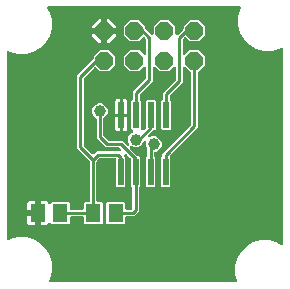
<source format=gbr>
G04 EAGLE Gerber X2 export*
%TF.Part,Single*%
%TF.FileFunction,Copper,L1,Top,Mixed*%
%TF.FilePolarity,Positive*%
%TF.GenerationSoftware,Autodesk,EAGLE,9.1.2*%
%TF.CreationDate,2020-01-29T09:53:54Z*%
G75*
%MOMM*%
%FSLAX34Y34*%
%LPD*%
%AMOC8*
5,1,8,0,0,1.08239X$1,22.5*%
G01*
%ADD10R,1.300000X1.500000*%
%ADD11P,1.649562X8X202.500000*%
%ADD12R,0.500000X2.250000*%
%ADD13C,0.254000*%
%ADD14C,1.006400*%

G36*
X203744Y10176D02*
X203744Y10176D01*
X203870Y10186D01*
X203902Y10196D01*
X203935Y10201D01*
X204052Y10247D01*
X204171Y10287D01*
X204200Y10305D01*
X204231Y10318D01*
X204333Y10392D01*
X204438Y10460D01*
X204461Y10485D01*
X204488Y10504D01*
X204569Y10601D01*
X204654Y10694D01*
X204670Y10723D01*
X204691Y10749D01*
X204745Y10863D01*
X204804Y10974D01*
X204812Y11007D01*
X204827Y11037D01*
X204850Y11161D01*
X204880Y11283D01*
X204880Y11316D01*
X204886Y11349D01*
X204879Y11475D01*
X204877Y11601D01*
X204868Y11649D01*
X204867Y11667D01*
X204860Y11687D01*
X204846Y11758D01*
X203439Y17008D01*
X203439Y23632D01*
X205154Y30032D01*
X208466Y35769D01*
X213151Y40454D01*
X218888Y43766D01*
X225288Y45481D01*
X231912Y45481D01*
X238312Y43766D01*
X242023Y41624D01*
X242145Y41572D01*
X242264Y41516D01*
X242291Y41511D01*
X242316Y41500D01*
X242447Y41481D01*
X242577Y41456D01*
X242604Y41458D01*
X242630Y41454D01*
X242762Y41468D01*
X242894Y41476D01*
X242920Y41484D01*
X242947Y41487D01*
X243071Y41533D01*
X243197Y41574D01*
X243219Y41588D01*
X243245Y41598D01*
X243353Y41673D01*
X243465Y41744D01*
X243484Y41764D01*
X243506Y41779D01*
X243592Y41879D01*
X243683Y41976D01*
X243696Y41999D01*
X243714Y42020D01*
X243773Y42138D01*
X243837Y42254D01*
X243843Y42280D01*
X243856Y42304D01*
X243883Y42434D01*
X243916Y42562D01*
X243919Y42600D01*
X243922Y42615D01*
X243921Y42637D01*
X243926Y42723D01*
X243926Y207271D01*
X243910Y207402D01*
X243899Y207534D01*
X243890Y207560D01*
X243887Y207586D01*
X243838Y207709D01*
X243794Y207834D01*
X243780Y207857D01*
X243770Y207882D01*
X243692Y207989D01*
X243619Y208099D01*
X243599Y208117D01*
X243583Y208139D01*
X243481Y208224D01*
X243382Y208312D01*
X243359Y208325D01*
X243338Y208342D01*
X243218Y208399D01*
X243101Y208460D01*
X243074Y208466D01*
X243050Y208478D01*
X242920Y208503D01*
X242791Y208533D01*
X242764Y208532D01*
X242738Y208537D01*
X242606Y208529D01*
X242473Y208527D01*
X242447Y208519D01*
X242420Y208518D01*
X242295Y208477D01*
X242167Y208441D01*
X242132Y208424D01*
X242118Y208420D01*
X242099Y208408D01*
X242023Y208370D01*
X240852Y207694D01*
X234452Y205979D01*
X227828Y205979D01*
X221428Y207694D01*
X215691Y211006D01*
X211006Y215691D01*
X207694Y221428D01*
X205979Y227828D01*
X205979Y234452D01*
X207694Y240852D01*
X208262Y241835D01*
X208313Y241958D01*
X208370Y242077D01*
X208375Y242104D01*
X208385Y242129D01*
X208405Y242260D01*
X208429Y242390D01*
X208428Y242416D01*
X208432Y242443D01*
X208418Y242575D01*
X208410Y242707D01*
X208401Y242733D01*
X208399Y242759D01*
X208352Y242884D01*
X208312Y243009D01*
X208297Y243032D01*
X208288Y243058D01*
X208212Y243167D01*
X208141Y243278D01*
X208122Y243297D01*
X208106Y243319D01*
X208006Y243405D01*
X207910Y243496D01*
X207886Y243509D01*
X207866Y243527D01*
X207747Y243586D01*
X207631Y243650D01*
X207605Y243656D01*
X207581Y243668D01*
X207451Y243696D01*
X207323Y243729D01*
X207285Y243731D01*
X207270Y243735D01*
X207248Y243734D01*
X207163Y243739D01*
X45371Y243739D01*
X45240Y243723D01*
X45108Y243712D01*
X45082Y243703D01*
X45055Y243699D01*
X44933Y243651D01*
X44807Y243607D01*
X44785Y243592D01*
X44760Y243582D01*
X44653Y243505D01*
X44542Y243431D01*
X44524Y243411D01*
X44502Y243396D01*
X44418Y243293D01*
X44329Y243195D01*
X44317Y243171D01*
X44299Y243151D01*
X44243Y243031D01*
X44182Y242914D01*
X44175Y242887D01*
X44164Y242863D01*
X44139Y242733D01*
X44109Y242604D01*
X44109Y242577D01*
X44104Y242551D01*
X44112Y242419D01*
X44115Y242286D01*
X44122Y242260D01*
X44124Y242233D01*
X44165Y242107D01*
X44200Y241980D01*
X44217Y241945D01*
X44222Y241931D01*
X44234Y241912D01*
X44272Y241835D01*
X46306Y238312D01*
X48021Y231912D01*
X48021Y225288D01*
X46306Y218888D01*
X42994Y213151D01*
X38309Y208466D01*
X32572Y205154D01*
X26172Y203439D01*
X19548Y203439D01*
X13148Y205154D01*
X12065Y205780D01*
X11943Y205831D01*
X11823Y205887D01*
X11796Y205892D01*
X11771Y205903D01*
X11640Y205922D01*
X11510Y205947D01*
X11484Y205945D01*
X11457Y205949D01*
X11325Y205936D01*
X11193Y205927D01*
X11167Y205919D01*
X11141Y205916D01*
X11017Y205870D01*
X10891Y205829D01*
X10868Y205815D01*
X10842Y205805D01*
X10734Y205730D01*
X10622Y205659D01*
X10603Y205639D01*
X10581Y205624D01*
X10495Y205524D01*
X10404Y205428D01*
X10391Y205404D01*
X10373Y205384D01*
X10314Y205265D01*
X10250Y205149D01*
X10244Y205123D01*
X10232Y205099D01*
X10204Y204969D01*
X10171Y204841D01*
X10169Y204803D01*
X10165Y204788D01*
X10166Y204766D01*
X10161Y204680D01*
X10161Y46780D01*
X10177Y46648D01*
X10188Y46516D01*
X10197Y46491D01*
X10201Y46464D01*
X10249Y46341D01*
X10293Y46216D01*
X10308Y46193D01*
X10318Y46168D01*
X10395Y46061D01*
X10469Y45951D01*
X10489Y45933D01*
X10504Y45911D01*
X10606Y45827D01*
X10705Y45738D01*
X10729Y45725D01*
X10749Y45708D01*
X10869Y45652D01*
X10986Y45590D01*
X11013Y45584D01*
X11037Y45573D01*
X11167Y45548D01*
X11296Y45517D01*
X11323Y45518D01*
X11349Y45513D01*
X11481Y45521D01*
X11614Y45524D01*
X11640Y45531D01*
X11667Y45533D01*
X11793Y45573D01*
X11920Y45609D01*
X11955Y45626D01*
X11969Y45631D01*
X11988Y45642D01*
X12065Y45680D01*
X13148Y46306D01*
X19548Y48021D01*
X26172Y48021D01*
X32572Y46306D01*
X38309Y42994D01*
X42994Y38309D01*
X46306Y32572D01*
X48021Y26172D01*
X48021Y19548D01*
X46306Y13148D01*
X45680Y12065D01*
X45629Y11943D01*
X45573Y11823D01*
X45568Y11796D01*
X45557Y11771D01*
X45538Y11640D01*
X45513Y11510D01*
X45515Y11484D01*
X45511Y11457D01*
X45524Y11325D01*
X45533Y11193D01*
X45541Y11167D01*
X45544Y11141D01*
X45590Y11017D01*
X45631Y10891D01*
X45645Y10868D01*
X45655Y10842D01*
X45730Y10734D01*
X45801Y10622D01*
X45821Y10603D01*
X45836Y10581D01*
X45936Y10495D01*
X46032Y10404D01*
X46056Y10391D01*
X46076Y10373D01*
X46195Y10314D01*
X46311Y10250D01*
X46337Y10244D01*
X46361Y10232D01*
X46491Y10204D01*
X46619Y10171D01*
X46657Y10169D01*
X46672Y10165D01*
X46694Y10166D01*
X46780Y10161D01*
X203620Y10161D01*
X203744Y10176D01*
G37*
%LPC*%
G36*
X38759Y58539D02*
X38759Y58539D01*
X38759Y67310D01*
X38744Y67428D01*
X38737Y67547D01*
X38724Y67585D01*
X38719Y67625D01*
X38675Y67736D01*
X38639Y67849D01*
X38617Y67884D01*
X38602Y67921D01*
X38532Y68017D01*
X38469Y68118D01*
X38439Y68146D01*
X38415Y68178D01*
X38324Y68254D01*
X38237Y68336D01*
X38202Y68355D01*
X38170Y68381D01*
X38063Y68432D01*
X37959Y68489D01*
X37919Y68500D01*
X37883Y68517D01*
X37766Y68539D01*
X37651Y68569D01*
X37590Y68573D01*
X37570Y68577D01*
X37550Y68575D01*
X37490Y68579D01*
X36219Y68579D01*
X36219Y68581D01*
X37490Y68581D01*
X37608Y68596D01*
X37727Y68603D01*
X37765Y68616D01*
X37805Y68621D01*
X37916Y68665D01*
X38029Y68701D01*
X38064Y68723D01*
X38101Y68738D01*
X38197Y68808D01*
X38298Y68871D01*
X38326Y68901D01*
X38358Y68925D01*
X38434Y69016D01*
X38516Y69103D01*
X38535Y69138D01*
X38561Y69170D01*
X38612Y69277D01*
X38669Y69381D01*
X38680Y69421D01*
X38697Y69457D01*
X38719Y69574D01*
X38749Y69689D01*
X38753Y69750D01*
X38757Y69770D01*
X38755Y69790D01*
X38759Y69850D01*
X38759Y78621D01*
X43054Y78621D01*
X43701Y78448D01*
X44280Y78113D01*
X44753Y77640D01*
X45160Y76936D01*
X45236Y76836D01*
X45306Y76732D01*
X45332Y76709D01*
X45352Y76682D01*
X45451Y76604D01*
X45545Y76521D01*
X45575Y76506D01*
X45601Y76485D01*
X45716Y76434D01*
X45828Y76376D01*
X45861Y76369D01*
X45892Y76355D01*
X46016Y76334D01*
X46138Y76307D01*
X46172Y76308D01*
X46205Y76302D01*
X46331Y76313D01*
X46456Y76316D01*
X46489Y76326D01*
X46522Y76329D01*
X46641Y76370D01*
X46762Y76405D01*
X46791Y76422D01*
X46823Y76433D01*
X46927Y76502D01*
X47036Y76566D01*
X47072Y76599D01*
X47088Y76609D01*
X47102Y76625D01*
X47156Y76673D01*
X48088Y77605D01*
X62352Y77605D01*
X63245Y76712D01*
X63245Y72644D01*
X63260Y72526D01*
X63267Y72407D01*
X63280Y72369D01*
X63285Y72328D01*
X63328Y72218D01*
X63365Y72105D01*
X63387Y72070D01*
X63402Y72033D01*
X63471Y71937D01*
X63535Y71836D01*
X63565Y71808D01*
X63588Y71775D01*
X63680Y71699D01*
X63767Y71618D01*
X63802Y71598D01*
X63833Y71573D01*
X63941Y71522D01*
X64045Y71464D01*
X64085Y71454D01*
X64121Y71437D01*
X64238Y71415D01*
X64353Y71385D01*
X64413Y71381D01*
X64433Y71377D01*
X64454Y71379D01*
X64514Y71375D01*
X73916Y71375D01*
X74034Y71390D01*
X74153Y71397D01*
X74191Y71410D01*
X74232Y71415D01*
X74342Y71458D01*
X74455Y71495D01*
X74490Y71517D01*
X74527Y71532D01*
X74623Y71601D01*
X74724Y71665D01*
X74752Y71695D01*
X74785Y71718D01*
X74861Y71810D01*
X74942Y71897D01*
X74962Y71932D01*
X74987Y71963D01*
X75038Y72071D01*
X75096Y72175D01*
X75106Y72215D01*
X75123Y72251D01*
X75145Y72368D01*
X75175Y72483D01*
X75179Y72543D01*
X75183Y72563D01*
X75181Y72584D01*
X75185Y72644D01*
X75185Y76712D01*
X76078Y77605D01*
X79146Y77605D01*
X79264Y77620D01*
X79383Y77627D01*
X79421Y77640D01*
X79462Y77645D01*
X79572Y77688D01*
X79685Y77725D01*
X79720Y77747D01*
X79757Y77762D01*
X79853Y77831D01*
X79954Y77895D01*
X79982Y77925D01*
X80015Y77948D01*
X80091Y78040D01*
X80172Y78127D01*
X80192Y78162D01*
X80217Y78193D01*
X80268Y78301D01*
X80326Y78405D01*
X80336Y78445D01*
X80353Y78481D01*
X80375Y78598D01*
X80405Y78713D01*
X80409Y78773D01*
X80413Y78793D01*
X80411Y78814D01*
X80415Y78874D01*
X80415Y112007D01*
X80403Y112105D01*
X80400Y112204D01*
X80383Y112262D01*
X80375Y112322D01*
X80339Y112414D01*
X80311Y112509D01*
X80281Y112562D01*
X80258Y112618D01*
X80200Y112698D01*
X80150Y112783D01*
X80084Y112859D01*
X80072Y112875D01*
X80062Y112883D01*
X80044Y112904D01*
X69595Y123352D01*
X69595Y185308D01*
X83194Y198906D01*
X83254Y198984D01*
X83322Y199056D01*
X83351Y199109D01*
X83389Y199157D01*
X83428Y199248D01*
X83476Y199335D01*
X83491Y199393D01*
X83515Y199449D01*
X83530Y199547D01*
X83555Y199643D01*
X83562Y199743D01*
X83565Y199763D01*
X83564Y199775D01*
X83565Y199803D01*
X83565Y201485D01*
X88922Y206842D01*
X96498Y206842D01*
X101855Y201485D01*
X101855Y193909D01*
X96498Y188552D01*
X88922Y188552D01*
X85731Y191744D01*
X85637Y191817D01*
X85548Y191895D01*
X85512Y191914D01*
X85480Y191938D01*
X85370Y191986D01*
X85264Y192040D01*
X85225Y192049D01*
X85188Y192065D01*
X85070Y192083D01*
X84954Y192110D01*
X84914Y192108D01*
X84874Y192115D01*
X84755Y192103D01*
X84636Y192100D01*
X84597Y192089D01*
X84557Y192085D01*
X84445Y192045D01*
X84331Y192011D01*
X84296Y191991D01*
X84258Y191977D01*
X84159Y191910D01*
X84057Y191850D01*
X84011Y191810D01*
X83995Y191799D01*
X83981Y191783D01*
X83936Y191744D01*
X75556Y183364D01*
X75496Y183286D01*
X75428Y183214D01*
X75399Y183161D01*
X75362Y183113D01*
X75322Y183022D01*
X75274Y182935D01*
X75259Y182877D01*
X75235Y182821D01*
X75220Y182723D01*
X75195Y182627D01*
X75189Y182527D01*
X75185Y182507D01*
X75187Y182495D01*
X75185Y182467D01*
X75185Y126193D01*
X75197Y126095D01*
X75200Y125996D01*
X75217Y125938D01*
X75225Y125878D01*
X75261Y125786D01*
X75289Y125691D01*
X75319Y125638D01*
X75342Y125582D01*
X75400Y125502D01*
X75450Y125417D01*
X75516Y125341D01*
X75528Y125325D01*
X75538Y125317D01*
X75556Y125296D01*
X82313Y118540D01*
X82407Y118467D01*
X82496Y118388D01*
X82532Y118370D01*
X82564Y118345D01*
X82673Y118298D01*
X82779Y118243D01*
X82818Y118235D01*
X82856Y118219D01*
X82973Y118200D01*
X83089Y118174D01*
X83130Y118175D01*
X83170Y118169D01*
X83288Y118180D01*
X83407Y118183D01*
X83446Y118195D01*
X83486Y118199D01*
X83599Y118239D01*
X83713Y118272D01*
X83748Y118292D01*
X83786Y118306D01*
X83884Y118373D01*
X83987Y118433D01*
X84032Y118473D01*
X84049Y118485D01*
X84062Y118500D01*
X84108Y118540D01*
X84464Y118896D01*
X86472Y120905D01*
X105759Y120905D01*
X105897Y120922D01*
X106035Y120935D01*
X106054Y120942D01*
X106074Y120945D01*
X106204Y120996D01*
X106334Y121043D01*
X106351Y121054D01*
X106370Y121062D01*
X106482Y121143D01*
X106597Y121221D01*
X106611Y121237D01*
X106627Y121248D01*
X106716Y121356D01*
X106808Y121460D01*
X106817Y121478D01*
X106830Y121493D01*
X106889Y121619D01*
X106953Y121743D01*
X106957Y121763D01*
X106966Y121781D01*
X106992Y121918D01*
X107022Y122053D01*
X107022Y122074D01*
X107025Y122093D01*
X107017Y122232D01*
X107013Y122371D01*
X107007Y122391D01*
X107006Y122411D01*
X106963Y122543D01*
X106924Y122677D01*
X106914Y122694D01*
X106908Y122713D01*
X106833Y122831D01*
X106763Y122951D01*
X106744Y122972D01*
X106737Y122982D01*
X106722Y122996D01*
X106656Y123071D01*
X105894Y123834D01*
X105816Y123894D01*
X105744Y123962D01*
X105691Y123991D01*
X105643Y124028D01*
X105552Y124068D01*
X105465Y124116D01*
X105407Y124131D01*
X105351Y124155D01*
X105253Y124170D01*
X105157Y124195D01*
X105057Y124201D01*
X105037Y124205D01*
X105025Y124203D01*
X104997Y124205D01*
X94092Y124205D01*
X86105Y132192D01*
X86105Y148153D01*
X86102Y148182D01*
X86104Y148211D01*
X86082Y148339D01*
X86065Y148468D01*
X86055Y148496D01*
X86050Y148525D01*
X85996Y148643D01*
X85948Y148764D01*
X85931Y148788D01*
X85919Y148815D01*
X85838Y148916D01*
X85762Y149021D01*
X85739Y149040D01*
X85720Y149063D01*
X85617Y149141D01*
X85517Y149224D01*
X85490Y149237D01*
X85466Y149254D01*
X85322Y149325D01*
X85186Y149381D01*
X83341Y151226D01*
X82343Y153636D01*
X82343Y156244D01*
X83341Y158654D01*
X85186Y160499D01*
X87596Y161497D01*
X90204Y161497D01*
X92614Y160499D01*
X94459Y158654D01*
X95457Y156244D01*
X95457Y153636D01*
X94459Y151226D01*
X92614Y149381D01*
X92478Y149325D01*
X92453Y149311D01*
X92425Y149301D01*
X92315Y149232D01*
X92202Y149168D01*
X92181Y149147D01*
X92156Y149131D01*
X92067Y149037D01*
X91974Y148946D01*
X91958Y148921D01*
X91938Y148900D01*
X91875Y148786D01*
X91807Y148675D01*
X91799Y148647D01*
X91784Y148621D01*
X91752Y148496D01*
X91714Y148371D01*
X91712Y148342D01*
X91705Y148313D01*
X91695Y148153D01*
X91695Y135033D01*
X91707Y134935D01*
X91710Y134836D01*
X91727Y134778D01*
X91735Y134718D01*
X91771Y134626D01*
X91799Y134531D01*
X91829Y134478D01*
X91852Y134422D01*
X91910Y134342D01*
X91960Y134257D01*
X92026Y134181D01*
X92038Y134165D01*
X92048Y134157D01*
X92066Y134136D01*
X96036Y130166D01*
X96114Y130106D01*
X96186Y130038D01*
X96239Y130009D01*
X96287Y129972D01*
X96378Y129932D01*
X96465Y129884D01*
X96523Y129869D01*
X96579Y129845D01*
X96677Y129830D01*
X96773Y129805D01*
X96873Y129799D01*
X96893Y129795D01*
X96905Y129797D01*
X96933Y129795D01*
X107838Y129795D01*
X111632Y126000D01*
X111688Y125957D01*
X111736Y125907D01*
X111813Y125860D01*
X111884Y125805D01*
X111948Y125777D01*
X112007Y125741D01*
X112093Y125714D01*
X112175Y125679D01*
X112245Y125668D01*
X112311Y125647D01*
X112401Y125643D01*
X112490Y125629D01*
X112559Y125635D01*
X112629Y125632D01*
X112717Y125650D01*
X112806Y125659D01*
X112872Y125682D01*
X112940Y125696D01*
X113021Y125736D01*
X113105Y125766D01*
X113163Y125806D01*
X113226Y125836D01*
X113294Y125894D01*
X113369Y125945D01*
X113415Y125997D01*
X113468Y126042D01*
X113520Y126116D01*
X113579Y126183D01*
X113611Y126245D01*
X113651Y126303D01*
X113683Y126386D01*
X113724Y126467D01*
X113739Y126535D01*
X113764Y126600D01*
X113774Y126689D01*
X113793Y126777D01*
X113791Y126847D01*
X113799Y126916D01*
X113786Y127005D01*
X113784Y127095D01*
X113764Y127162D01*
X113755Y127231D01*
X113702Y127383D01*
X112823Y129506D01*
X112823Y132114D01*
X113821Y134524D01*
X115666Y136369D01*
X116216Y136596D01*
X116259Y136621D01*
X116305Y136638D01*
X116396Y136699D01*
X116492Y136754D01*
X116527Y136788D01*
X116569Y136816D01*
X116641Y136899D01*
X116720Y136975D01*
X116746Y137017D01*
X116779Y137055D01*
X116829Y137152D01*
X116886Y137246D01*
X116901Y137294D01*
X116924Y137338D01*
X116948Y137445D01*
X116980Y137550D01*
X116982Y137600D01*
X116993Y137648D01*
X116990Y137758D01*
X116995Y137868D01*
X116985Y137916D01*
X116984Y137966D01*
X116953Y138072D01*
X116931Y138179D01*
X116909Y138224D01*
X116895Y138272D01*
X116839Y138366D01*
X116791Y138465D01*
X116759Y138503D01*
X116734Y138545D01*
X116627Y138666D01*
X115605Y139688D01*
X115605Y163452D01*
X116464Y164310D01*
X116524Y164388D01*
X116592Y164460D01*
X116621Y164513D01*
X116658Y164561D01*
X116698Y164652D01*
X116746Y164739D01*
X116761Y164797D01*
X116785Y164853D01*
X116800Y164951D01*
X116825Y165047D01*
X116831Y165147D01*
X116835Y165167D01*
X116833Y165179D01*
X116835Y165207D01*
X116835Y171588D01*
X127644Y182396D01*
X127704Y182474D01*
X127772Y182546D01*
X127801Y182599D01*
X127838Y182647D01*
X127878Y182738D01*
X127926Y182825D01*
X127941Y182883D01*
X127965Y182939D01*
X127980Y183037D01*
X128005Y183133D01*
X128011Y183233D01*
X128015Y183253D01*
X128013Y183265D01*
X128015Y183293D01*
X128015Y191605D01*
X127998Y191743D01*
X127985Y191881D01*
X127978Y191901D01*
X127975Y191921D01*
X127924Y192050D01*
X127877Y192181D01*
X127866Y192198D01*
X127858Y192216D01*
X127777Y192329D01*
X127699Y192444D01*
X127683Y192457D01*
X127672Y192474D01*
X127564Y192562D01*
X127460Y192654D01*
X127442Y192664D01*
X127427Y192676D01*
X127301Y192736D01*
X127177Y192799D01*
X127157Y192803D01*
X127139Y192812D01*
X127003Y192838D01*
X126867Y192869D01*
X126846Y192868D01*
X126827Y192872D01*
X126688Y192863D01*
X126549Y192859D01*
X126529Y192853D01*
X126509Y192852D01*
X126377Y192809D01*
X126243Y192771D01*
X126226Y192760D01*
X126207Y192754D01*
X126089Y192679D01*
X125969Y192609D01*
X125948Y192590D01*
X125938Y192584D01*
X125924Y192569D01*
X125849Y192503D01*
X121898Y188552D01*
X114322Y188552D01*
X108965Y193909D01*
X108965Y201485D01*
X114322Y206842D01*
X121898Y206842D01*
X125849Y202891D01*
X125958Y202806D01*
X126065Y202717D01*
X126084Y202708D01*
X126100Y202696D01*
X126228Y202641D01*
X126353Y202582D01*
X126373Y202578D01*
X126392Y202570D01*
X126530Y202548D01*
X126666Y202522D01*
X126686Y202523D01*
X126706Y202520D01*
X126845Y202533D01*
X126983Y202542D01*
X127002Y202548D01*
X127022Y202550D01*
X127154Y202597D01*
X127285Y202640D01*
X127303Y202650D01*
X127322Y202657D01*
X127437Y202735D01*
X127554Y202810D01*
X127568Y202825D01*
X127585Y202836D01*
X127677Y202940D01*
X127772Y203041D01*
X127782Y203059D01*
X127795Y203074D01*
X127859Y203198D01*
X127926Y203320D01*
X127931Y203339D01*
X127940Y203358D01*
X127970Y203493D01*
X128005Y203628D01*
X128007Y203656D01*
X128010Y203668D01*
X128009Y203688D01*
X128015Y203788D01*
X128015Y215487D01*
X128003Y215585D01*
X128000Y215684D01*
X127983Y215742D01*
X127975Y215802D01*
X127939Y215894D01*
X127911Y215989D01*
X127881Y216042D01*
X127858Y216098D01*
X127800Y216178D01*
X127750Y216263D01*
X127684Y216339D01*
X127672Y216355D01*
X127662Y216363D01*
X127644Y216384D01*
X126884Y217143D01*
X126790Y217216D01*
X126701Y217295D01*
X126665Y217313D01*
X126633Y217338D01*
X126524Y217386D01*
X126418Y217440D01*
X126378Y217449D01*
X126341Y217465D01*
X126223Y217483D01*
X126107Y217509D01*
X126067Y217508D01*
X126027Y217514D01*
X125909Y217503D01*
X125790Y217500D01*
X125751Y217488D01*
X125710Y217485D01*
X125598Y217444D01*
X125484Y217411D01*
X125449Y217391D01*
X125411Y217377D01*
X125313Y217310D01*
X125210Y217250D01*
X125165Y217210D01*
X125148Y217198D01*
X125135Y217183D01*
X125089Y217143D01*
X121898Y213952D01*
X114322Y213952D01*
X108965Y219309D01*
X108965Y226885D01*
X114322Y232242D01*
X121898Y232242D01*
X127255Y226885D01*
X127255Y225203D01*
X127267Y225105D01*
X127270Y225006D01*
X127287Y224948D01*
X127295Y224888D01*
X127331Y224796D01*
X127359Y224700D01*
X127389Y224648D01*
X127412Y224592D01*
X127470Y224512D01*
X127520Y224427D01*
X127587Y224351D01*
X127599Y224335D01*
X127608Y224327D01*
X127627Y224306D01*
X132199Y219734D01*
X132309Y219648D01*
X132416Y219560D01*
X132434Y219551D01*
X132450Y219539D01*
X132578Y219483D01*
X132703Y219424D01*
X132723Y219420D01*
X132742Y219412D01*
X132880Y219390D01*
X133016Y219364D01*
X133036Y219366D01*
X133056Y219363D01*
X133195Y219376D01*
X133333Y219384D01*
X133352Y219390D01*
X133373Y219392D01*
X133504Y219440D01*
X133636Y219482D01*
X133653Y219493D01*
X133672Y219500D01*
X133787Y219578D01*
X133904Y219652D01*
X133918Y219667D01*
X133935Y219679D01*
X134027Y219783D01*
X134122Y219884D01*
X134132Y219902D01*
X134145Y219917D01*
X134209Y220041D01*
X134276Y220163D01*
X134281Y220182D01*
X134290Y220200D01*
X134321Y220336D01*
X134355Y220470D01*
X134357Y220499D01*
X134360Y220510D01*
X134359Y220531D01*
X134365Y220631D01*
X134365Y226885D01*
X139722Y232242D01*
X147298Y232242D01*
X152655Y226885D01*
X152655Y220631D01*
X152672Y220494D01*
X152685Y220355D01*
X152692Y220336D01*
X152695Y220316D01*
X152746Y220187D01*
X152793Y220056D01*
X152804Y220039D01*
X152812Y220020D01*
X152893Y219908D01*
X152972Y219793D01*
X152987Y219779D01*
X152999Y219763D01*
X153106Y219674D01*
X153210Y219582D01*
X153228Y219573D01*
X153244Y219560D01*
X153369Y219501D01*
X153493Y219438D01*
X153513Y219433D01*
X153531Y219425D01*
X153668Y219398D01*
X153803Y219368D01*
X153824Y219369D01*
X153844Y219365D01*
X153982Y219373D01*
X154121Y219378D01*
X154141Y219383D01*
X154161Y219385D01*
X154293Y219427D01*
X154427Y219466D01*
X154444Y219476D01*
X154464Y219483D01*
X154581Y219557D01*
X154701Y219628D01*
X154722Y219646D01*
X154732Y219653D01*
X154746Y219668D01*
X154822Y219734D01*
X158970Y223883D01*
X159394Y224306D01*
X159454Y224384D01*
X159522Y224456D01*
X159551Y224509D01*
X159589Y224557D01*
X159628Y224648D01*
X159676Y224735D01*
X159691Y224794D01*
X159715Y224849D01*
X159730Y224947D01*
X159755Y225043D01*
X159762Y225143D01*
X159765Y225163D01*
X159764Y225175D01*
X159765Y225203D01*
X159765Y226885D01*
X165122Y232242D01*
X172698Y232242D01*
X178055Y226885D01*
X178055Y219309D01*
X172698Y213952D01*
X165122Y213952D01*
X161931Y217144D01*
X161837Y217217D01*
X161748Y217295D01*
X161712Y217314D01*
X161680Y217338D01*
X161570Y217386D01*
X161464Y217440D01*
X161425Y217449D01*
X161388Y217465D01*
X161270Y217483D01*
X161154Y217510D01*
X161114Y217508D01*
X161074Y217515D01*
X160955Y217503D01*
X160836Y217500D01*
X160797Y217489D01*
X160757Y217485D01*
X160645Y217445D01*
X160531Y217411D01*
X160496Y217391D01*
X160458Y217377D01*
X160359Y217310D01*
X160257Y217250D01*
X160211Y217210D01*
X160195Y217199D01*
X160181Y217183D01*
X160136Y217143D01*
X159376Y216384D01*
X159316Y216306D01*
X159248Y216234D01*
X159219Y216181D01*
X159182Y216133D01*
X159142Y216042D01*
X159094Y215955D01*
X159079Y215897D01*
X159055Y215841D01*
X159040Y215743D01*
X159015Y215647D01*
X159009Y215547D01*
X159005Y215527D01*
X159007Y215515D01*
X159005Y215487D01*
X159005Y203788D01*
X159022Y203651D01*
X159035Y203512D01*
X159042Y203493D01*
X159045Y203473D01*
X159096Y203344D01*
X159143Y203213D01*
X159154Y203196D01*
X159162Y203177D01*
X159243Y203064D01*
X159321Y202949D01*
X159337Y202936D01*
X159348Y202920D01*
X159456Y202831D01*
X159560Y202739D01*
X159578Y202730D01*
X159593Y202717D01*
X159719Y202658D01*
X159843Y202594D01*
X159863Y202590D01*
X159881Y202581D01*
X160017Y202555D01*
X160153Y202525D01*
X160174Y202525D01*
X160193Y202521D01*
X160332Y202530D01*
X160471Y202534D01*
X160491Y202540D01*
X160511Y202541D01*
X160643Y202584D01*
X160777Y202623D01*
X160794Y202633D01*
X160813Y202639D01*
X160931Y202714D01*
X161051Y202784D01*
X161072Y202803D01*
X161082Y202809D01*
X161096Y202824D01*
X161171Y202891D01*
X165122Y206842D01*
X172698Y206842D01*
X178055Y201485D01*
X178055Y193909D01*
X172658Y188512D01*
X172548Y188468D01*
X172435Y188432D01*
X172401Y188410D01*
X172363Y188395D01*
X172267Y188325D01*
X172166Y188262D01*
X172138Y188232D01*
X172106Y188208D01*
X172030Y188117D01*
X171948Y188030D01*
X171929Y187995D01*
X171903Y187963D01*
X171852Y187856D01*
X171795Y187751D01*
X171784Y187712D01*
X171767Y187676D01*
X171745Y187559D01*
X171715Y187443D01*
X171711Y187383D01*
X171707Y187363D01*
X171709Y187343D01*
X171705Y187283D01*
X171705Y141083D01*
X148312Y117689D01*
X148239Y117595D01*
X148160Y117506D01*
X148142Y117470D01*
X148117Y117438D01*
X148070Y117329D01*
X148015Y117223D01*
X148007Y117183D01*
X147991Y117146D01*
X147972Y117029D01*
X147946Y116913D01*
X147947Y116872D01*
X147941Y116832D01*
X147952Y116713D01*
X147955Y116595D01*
X147967Y116556D01*
X147970Y116516D01*
X148011Y116403D01*
X148044Y116289D01*
X148064Y116254D01*
X148078Y116216D01*
X148145Y116118D01*
X148205Y116015D01*
X148243Y115973D01*
X148245Y115970D01*
X148247Y115968D01*
X148257Y115953D01*
X148272Y115940D01*
X148312Y115894D01*
X148555Y115652D01*
X148555Y91888D01*
X147662Y90995D01*
X141398Y90995D01*
X140505Y91888D01*
X140505Y115652D01*
X141364Y116510D01*
X141424Y116588D01*
X141492Y116660D01*
X141521Y116713D01*
X141558Y116761D01*
X141598Y116852D01*
X141646Y116939D01*
X141661Y116997D01*
X141685Y117053D01*
X141700Y117151D01*
X141725Y117247D01*
X141731Y117347D01*
X141735Y117367D01*
X141733Y117379D01*
X141735Y117407D01*
X141735Y119018D01*
X165744Y143026D01*
X165804Y143104D01*
X165872Y143176D01*
X165901Y143229D01*
X165939Y143277D01*
X165978Y143368D01*
X166026Y143455D01*
X166041Y143513D01*
X166065Y143569D01*
X166080Y143667D01*
X166105Y143763D01*
X166112Y143863D01*
X166115Y143883D01*
X166114Y143896D01*
X166115Y143924D01*
X166115Y187283D01*
X166100Y187401D01*
X166093Y187520D01*
X166081Y187558D01*
X166076Y187598D01*
X166032Y187709D01*
X165995Y187822D01*
X165973Y187856D01*
X165959Y187894D01*
X165889Y187990D01*
X165825Y188091D01*
X165795Y188119D01*
X165772Y188151D01*
X165680Y188227D01*
X165593Y188309D01*
X165558Y188328D01*
X165527Y188354D01*
X165419Y188405D01*
X165315Y188462D01*
X165276Y188472D01*
X165239Y188490D01*
X165172Y188503D01*
X161171Y192503D01*
X161062Y192588D01*
X160955Y192677D01*
X160936Y192685D01*
X160920Y192698D01*
X160792Y192753D01*
X160667Y192812D01*
X160647Y192816D01*
X160628Y192824D01*
X160490Y192846D01*
X160354Y192872D01*
X160334Y192871D01*
X160314Y192874D01*
X160175Y192861D01*
X160037Y192852D01*
X160018Y192846D01*
X159998Y192844D01*
X159866Y192797D01*
X159735Y192754D01*
X159717Y192743D01*
X159698Y192737D01*
X159583Y192659D01*
X159466Y192584D01*
X159452Y192569D01*
X159435Y192558D01*
X159343Y192454D01*
X159248Y192353D01*
X159238Y192335D01*
X159225Y192320D01*
X159161Y192195D01*
X159094Y192074D01*
X159089Y192054D01*
X159080Y192036D01*
X159050Y191900D01*
X159015Y191766D01*
X159013Y191738D01*
X159010Y191726D01*
X159011Y191706D01*
X159005Y191605D01*
X159005Y179182D01*
X148196Y168374D01*
X148136Y168296D01*
X148068Y168224D01*
X148039Y168171D01*
X148002Y168123D01*
X147962Y168032D01*
X147914Y167945D01*
X147899Y167887D01*
X147875Y167831D01*
X147860Y167733D01*
X147835Y167637D01*
X147829Y167537D01*
X147825Y167517D01*
X147827Y167505D01*
X147825Y167477D01*
X147825Y165207D01*
X147837Y165109D01*
X147840Y165010D01*
X147857Y164952D01*
X147865Y164892D01*
X147901Y164800D01*
X147929Y164705D01*
X147959Y164652D01*
X147982Y164596D01*
X148040Y164516D01*
X148090Y164431D01*
X148156Y164355D01*
X148168Y164339D01*
X148178Y164331D01*
X148196Y164310D01*
X149055Y163452D01*
X149055Y139688D01*
X148162Y138795D01*
X141898Y138795D01*
X141005Y139688D01*
X141005Y163452D01*
X141864Y164310D01*
X141924Y164388D01*
X141992Y164460D01*
X142021Y164513D01*
X142058Y164561D01*
X142098Y164652D01*
X142146Y164739D01*
X142161Y164797D01*
X142185Y164853D01*
X142200Y164951D01*
X142225Y165047D01*
X142231Y165147D01*
X142235Y165167D01*
X142233Y165179D01*
X142235Y165207D01*
X142235Y170318D01*
X153044Y181126D01*
X153104Y181204D01*
X153172Y181276D01*
X153201Y181329D01*
X153238Y181377D01*
X153278Y181468D01*
X153326Y181555D01*
X153341Y181613D01*
X153365Y181669D01*
X153380Y181767D01*
X153405Y181863D01*
X153411Y181963D01*
X153415Y181983D01*
X153413Y181995D01*
X153415Y182023D01*
X153415Y191605D01*
X153398Y191743D01*
X153385Y191881D01*
X153378Y191901D01*
X153375Y191921D01*
X153324Y192050D01*
X153277Y192181D01*
X153266Y192198D01*
X153258Y192216D01*
X153177Y192329D01*
X153099Y192444D01*
X153083Y192457D01*
X153072Y192474D01*
X152964Y192562D01*
X152860Y192654D01*
X152842Y192664D01*
X152827Y192676D01*
X152701Y192736D01*
X152577Y192799D01*
X152557Y192803D01*
X152539Y192812D01*
X152403Y192838D01*
X152267Y192869D01*
X152246Y192868D01*
X152227Y192872D01*
X152088Y192863D01*
X151949Y192859D01*
X151929Y192853D01*
X151909Y192852D01*
X151777Y192809D01*
X151643Y192771D01*
X151626Y192760D01*
X151607Y192754D01*
X151489Y192679D01*
X151369Y192609D01*
X151348Y192590D01*
X151338Y192584D01*
X151324Y192569D01*
X151249Y192503D01*
X147298Y188552D01*
X139722Y188552D01*
X135771Y192503D01*
X135662Y192588D01*
X135555Y192677D01*
X135536Y192685D01*
X135520Y192698D01*
X135392Y192753D01*
X135267Y192812D01*
X135247Y192816D01*
X135228Y192824D01*
X135090Y192846D01*
X134954Y192872D01*
X134934Y192871D01*
X134914Y192874D01*
X134775Y192861D01*
X134637Y192852D01*
X134618Y192846D01*
X134598Y192844D01*
X134466Y192797D01*
X134335Y192754D01*
X134317Y192743D01*
X134298Y192737D01*
X134183Y192659D01*
X134066Y192584D01*
X134052Y192569D01*
X134035Y192558D01*
X133943Y192454D01*
X133848Y192353D01*
X133838Y192335D01*
X133825Y192320D01*
X133761Y192195D01*
X133694Y192074D01*
X133689Y192054D01*
X133680Y192036D01*
X133650Y191900D01*
X133615Y191766D01*
X133613Y191738D01*
X133610Y191726D01*
X133611Y191706D01*
X133605Y191605D01*
X133605Y180452D01*
X122796Y169644D01*
X122736Y169566D01*
X122668Y169494D01*
X122639Y169441D01*
X122602Y169393D01*
X122562Y169302D01*
X122514Y169215D01*
X122499Y169157D01*
X122475Y169101D01*
X122460Y169003D01*
X122435Y168907D01*
X122429Y168807D01*
X122425Y168787D01*
X122427Y168775D01*
X122425Y168747D01*
X122425Y165207D01*
X122437Y165109D01*
X122440Y165010D01*
X122457Y164952D01*
X122465Y164892D01*
X122501Y164800D01*
X122529Y164705D01*
X122559Y164652D01*
X122582Y164596D01*
X122640Y164516D01*
X122690Y164431D01*
X122756Y164355D01*
X122768Y164339D01*
X122778Y164331D01*
X122796Y164310D01*
X123655Y163452D01*
X123655Y139561D01*
X123672Y139424D01*
X123685Y139285D01*
X123692Y139266D01*
X123695Y139246D01*
X123746Y139117D01*
X123793Y138986D01*
X123804Y138969D01*
X123812Y138950D01*
X123893Y138838D01*
X123971Y138723D01*
X123987Y138709D01*
X123998Y138693D01*
X124106Y138604D01*
X124210Y138512D01*
X124228Y138503D01*
X124243Y138490D01*
X124369Y138431D01*
X124493Y138367D01*
X124513Y138363D01*
X124531Y138354D01*
X124667Y138328D01*
X124803Y138298D01*
X124824Y138298D01*
X124843Y138295D01*
X124982Y138303D01*
X125121Y138307D01*
X125141Y138313D01*
X125161Y138314D01*
X125293Y138357D01*
X125427Y138396D01*
X125444Y138406D01*
X125463Y138412D01*
X125581Y138487D01*
X125701Y138557D01*
X125722Y138576D01*
X125732Y138583D01*
X125746Y138597D01*
X125821Y138664D01*
X127934Y140776D01*
X127994Y140854D01*
X128062Y140926D01*
X128091Y140979D01*
X128128Y141027D01*
X128168Y141118D01*
X128216Y141205D01*
X128231Y141263D01*
X128255Y141319D01*
X128270Y141417D01*
X128295Y141513D01*
X128301Y141613D01*
X128305Y141633D01*
X128303Y141645D01*
X128305Y141673D01*
X128305Y163452D01*
X129198Y164345D01*
X135462Y164345D01*
X136355Y163452D01*
X136355Y139688D01*
X135462Y138795D01*
X134383Y138795D01*
X134285Y138783D01*
X134186Y138780D01*
X134128Y138763D01*
X134068Y138755D01*
X133976Y138719D01*
X133881Y138691D01*
X133828Y138661D01*
X133772Y138638D01*
X133692Y138580D01*
X133607Y138530D01*
X133531Y138464D01*
X133515Y138452D01*
X133507Y138442D01*
X133486Y138424D01*
X129810Y134748D01*
X129767Y134692D01*
X129717Y134644D01*
X129670Y134567D01*
X129615Y134496D01*
X129587Y134432D01*
X129551Y134373D01*
X129524Y134287D01*
X129489Y134205D01*
X129478Y134135D01*
X129457Y134069D01*
X129453Y133979D01*
X129439Y133890D01*
X129445Y133821D01*
X129442Y133751D01*
X129460Y133663D01*
X129469Y133574D01*
X129492Y133508D01*
X129506Y133440D01*
X129546Y133359D01*
X129576Y133275D01*
X129616Y133217D01*
X129646Y133154D01*
X129704Y133086D01*
X129755Y133011D01*
X129807Y132965D01*
X129852Y132912D01*
X129926Y132860D01*
X129993Y132801D01*
X130055Y132769D01*
X130113Y132729D01*
X130197Y132697D01*
X130277Y132656D01*
X130345Y132641D01*
X130410Y132616D01*
X130499Y132606D01*
X130587Y132587D01*
X130657Y132589D01*
X130726Y132581D01*
X130815Y132594D01*
X130905Y132596D01*
X130972Y132616D01*
X131041Y132625D01*
X131193Y132678D01*
X133316Y133557D01*
X135924Y133557D01*
X138334Y132559D01*
X140179Y130714D01*
X141177Y128304D01*
X141177Y125696D01*
X140179Y123286D01*
X138334Y121441D01*
X135924Y120443D01*
X135894Y120443D01*
X135776Y120428D01*
X135657Y120421D01*
X135619Y120408D01*
X135578Y120403D01*
X135468Y120360D01*
X135355Y120323D01*
X135320Y120301D01*
X135283Y120286D01*
X135187Y120217D01*
X135086Y120153D01*
X135058Y120123D01*
X135025Y120100D01*
X134949Y120008D01*
X134868Y119921D01*
X134848Y119886D01*
X134823Y119855D01*
X134772Y119747D01*
X134714Y119643D01*
X134704Y119603D01*
X134687Y119567D01*
X134665Y119450D01*
X134635Y119335D01*
X134631Y119275D01*
X134627Y119255D01*
X134629Y119234D01*
X134625Y119174D01*
X134625Y117407D01*
X134637Y117309D01*
X134640Y117210D01*
X134657Y117152D01*
X134665Y117092D01*
X134701Y117000D01*
X134729Y116905D01*
X134759Y116852D01*
X134782Y116796D01*
X134840Y116716D01*
X134890Y116631D01*
X134956Y116555D01*
X134968Y116539D01*
X134978Y116531D01*
X134996Y116510D01*
X135855Y115652D01*
X135855Y91888D01*
X134962Y90995D01*
X128698Y90995D01*
X127805Y91888D01*
X127805Y115652D01*
X128664Y116510D01*
X128724Y116588D01*
X128792Y116660D01*
X128821Y116713D01*
X128858Y116761D01*
X128898Y116852D01*
X128946Y116939D01*
X128961Y116997D01*
X128985Y117053D01*
X129000Y117151D01*
X129025Y117247D01*
X129031Y117347D01*
X129035Y117367D01*
X129033Y117379D01*
X129035Y117407D01*
X129035Y123097D01*
X129034Y123106D01*
X129035Y123115D01*
X129014Y123264D01*
X128995Y123412D01*
X128992Y123421D01*
X128991Y123430D01*
X128939Y123582D01*
X128063Y125696D01*
X128063Y128259D01*
X128055Y128328D01*
X128056Y128398D01*
X128035Y128485D01*
X128023Y128574D01*
X127998Y128639D01*
X127981Y128707D01*
X127939Y128786D01*
X127906Y128870D01*
X127865Y128926D01*
X127833Y128988D01*
X127772Y129055D01*
X127720Y129127D01*
X127666Y129172D01*
X127619Y129223D01*
X127544Y129273D01*
X127475Y129330D01*
X127411Y129360D01*
X127353Y129398D01*
X127268Y129427D01*
X127187Y129466D01*
X127118Y129479D01*
X127052Y129501D01*
X126963Y129509D01*
X126875Y129525D01*
X126805Y129521D01*
X126735Y129527D01*
X126647Y129511D01*
X126557Y129506D01*
X126491Y129484D01*
X126422Y129472D01*
X126340Y129435D01*
X126255Y129408D01*
X126196Y129370D01*
X126132Y129342D01*
X126062Y129286D01*
X125986Y129238D01*
X125938Y129187D01*
X125884Y129143D01*
X125829Y129071D01*
X125768Y129006D01*
X125734Y128945D01*
X125692Y128889D01*
X125621Y128744D01*
X124939Y127096D01*
X123094Y125251D01*
X120684Y124253D01*
X118076Y124253D01*
X115953Y125132D01*
X115886Y125151D01*
X115822Y125179D01*
X115733Y125193D01*
X115646Y125216D01*
X115577Y125218D01*
X115508Y125228D01*
X115418Y125220D01*
X115328Y125221D01*
X115261Y125205D01*
X115191Y125199D01*
X115107Y125168D01*
X115019Y125147D01*
X114958Y125115D01*
X114892Y125091D01*
X114818Y125041D01*
X114738Y124999D01*
X114686Y124952D01*
X114629Y124912D01*
X114569Y124845D01*
X114503Y124785D01*
X114464Y124726D01*
X114418Y124674D01*
X114377Y124594D01*
X114328Y124519D01*
X114305Y124453D01*
X114274Y124391D01*
X114254Y124303D01*
X114225Y124218D01*
X114219Y124149D01*
X114204Y124081D01*
X114207Y123991D01*
X114200Y123901D01*
X114212Y123832D01*
X114214Y123763D01*
X114239Y123676D01*
X114254Y123588D01*
X114283Y123524D01*
X114302Y123457D01*
X114348Y123380D01*
X114385Y123298D01*
X114428Y123243D01*
X114464Y123183D01*
X114570Y123062D01*
X120716Y116916D01*
X120794Y116856D01*
X120866Y116788D01*
X120919Y116759D01*
X120967Y116722D01*
X121058Y116682D01*
X121145Y116634D01*
X121203Y116619D01*
X121259Y116595D01*
X121357Y116580D01*
X121453Y116555D01*
X121553Y116549D01*
X121573Y116545D01*
X121585Y116547D01*
X121613Y116545D01*
X122262Y116545D01*
X123155Y115652D01*
X123155Y91888D01*
X122296Y91030D01*
X122236Y90952D01*
X122168Y90880D01*
X122139Y90827D01*
X122102Y90779D01*
X122062Y90688D01*
X122014Y90601D01*
X121999Y90543D01*
X121997Y90537D01*
X121987Y90516D01*
X121986Y90513D01*
X121975Y90487D01*
X121960Y90389D01*
X121935Y90293D01*
X121930Y90219D01*
X121927Y90204D01*
X121928Y90190D01*
X121925Y90173D01*
X121927Y90161D01*
X121925Y90133D01*
X121925Y73053D01*
X121937Y72955D01*
X121940Y72856D01*
X121957Y72798D01*
X121965Y72738D01*
X122001Y72646D01*
X122029Y72551D01*
X122059Y72498D01*
X122082Y72442D01*
X122140Y72362D01*
X122175Y72303D01*
X122175Y69962D01*
X117998Y65785D01*
X111504Y65785D01*
X111386Y65770D01*
X111267Y65763D01*
X111229Y65750D01*
X111188Y65745D01*
X111078Y65702D01*
X110965Y65665D01*
X110930Y65643D01*
X110893Y65628D01*
X110797Y65559D01*
X110696Y65495D01*
X110668Y65465D01*
X110635Y65442D01*
X110559Y65350D01*
X110478Y65263D01*
X110458Y65228D01*
X110433Y65197D01*
X110382Y65089D01*
X110324Y64985D01*
X110314Y64945D01*
X110297Y64909D01*
X110275Y64792D01*
X110245Y64677D01*
X110241Y64617D01*
X110237Y64597D01*
X110239Y64576D01*
X110235Y64516D01*
X110235Y60448D01*
X109342Y59555D01*
X95078Y59555D01*
X94185Y60448D01*
X94185Y76712D01*
X95078Y77605D01*
X109342Y77605D01*
X110235Y76712D01*
X110235Y72644D01*
X110250Y72526D01*
X110257Y72407D01*
X110270Y72369D01*
X110275Y72328D01*
X110318Y72218D01*
X110355Y72105D01*
X110377Y72070D01*
X110392Y72033D01*
X110461Y71937D01*
X110525Y71836D01*
X110555Y71808D01*
X110578Y71775D01*
X110670Y71699D01*
X110757Y71618D01*
X110792Y71598D01*
X110823Y71573D01*
X110931Y71522D01*
X111035Y71464D01*
X111075Y71454D01*
X111111Y71437D01*
X111228Y71415D01*
X111343Y71385D01*
X111403Y71381D01*
X111423Y71377D01*
X111444Y71379D01*
X111504Y71375D01*
X115066Y71375D01*
X115184Y71390D01*
X115303Y71397D01*
X115341Y71410D01*
X115382Y71415D01*
X115492Y71458D01*
X115605Y71495D01*
X115640Y71517D01*
X115677Y71532D01*
X115773Y71601D01*
X115874Y71665D01*
X115902Y71695D01*
X115935Y71718D01*
X116011Y71810D01*
X116092Y71897D01*
X116112Y71932D01*
X116137Y71963D01*
X116188Y72071D01*
X116246Y72175D01*
X116256Y72215D01*
X116273Y72251D01*
X116295Y72368D01*
X116325Y72483D01*
X116329Y72543D01*
X116333Y72563D01*
X116331Y72584D01*
X116335Y72644D01*
X116335Y90133D01*
X116323Y90231D01*
X116320Y90330D01*
X116313Y90352D01*
X116313Y90360D01*
X116302Y90393D01*
X116295Y90448D01*
X116259Y90540D01*
X116231Y90635D01*
X116201Y90688D01*
X116178Y90744D01*
X116120Y90824D01*
X116070Y90909D01*
X116004Y90985D01*
X115992Y91001D01*
X115982Y91009D01*
X115964Y91030D01*
X115105Y91888D01*
X115105Y114097D01*
X115093Y114195D01*
X115090Y114294D01*
X115073Y114352D01*
X115065Y114412D01*
X115029Y114504D01*
X115001Y114599D01*
X114971Y114652D01*
X114948Y114708D01*
X114890Y114788D01*
X114840Y114873D01*
X114774Y114949D01*
X114762Y114965D01*
X114752Y114973D01*
X114734Y114994D01*
X111641Y118086D01*
X111532Y118171D01*
X111425Y118260D01*
X111406Y118269D01*
X111390Y118281D01*
X111262Y118337D01*
X111137Y118396D01*
X111117Y118399D01*
X111098Y118407D01*
X110960Y118429D01*
X110824Y118455D01*
X110804Y118454D01*
X110784Y118457D01*
X110645Y118444D01*
X110507Y118436D01*
X110488Y118429D01*
X110468Y118428D01*
X110336Y118380D01*
X110205Y118338D01*
X110187Y118327D01*
X110168Y118320D01*
X110053Y118242D01*
X109936Y118167D01*
X109922Y118153D01*
X109905Y118141D01*
X109813Y118037D01*
X109718Y117936D01*
X109708Y117918D01*
X109695Y117903D01*
X109631Y117779D01*
X109564Y117657D01*
X109559Y117638D01*
X109550Y117620D01*
X109520Y117484D01*
X109485Y117349D01*
X109483Y117321D01*
X109480Y117309D01*
X109481Y117289D01*
X109475Y117189D01*
X109475Y117157D01*
X109487Y117059D01*
X109490Y116960D01*
X109507Y116902D01*
X109515Y116842D01*
X109551Y116750D01*
X109579Y116655D01*
X109609Y116602D01*
X109632Y116546D01*
X109690Y116466D01*
X109740Y116381D01*
X109806Y116305D01*
X109818Y116289D01*
X109828Y116281D01*
X109846Y116260D01*
X110455Y115652D01*
X110455Y91888D01*
X109562Y90995D01*
X103298Y90995D01*
X102405Y91888D01*
X102405Y114046D01*
X102390Y114164D01*
X102383Y114283D01*
X102370Y114321D01*
X102365Y114362D01*
X102322Y114472D01*
X102285Y114585D01*
X102263Y114620D01*
X102248Y114657D01*
X102179Y114753D01*
X102115Y114854D01*
X102085Y114882D01*
X102062Y114915D01*
X101970Y114991D01*
X101883Y115072D01*
X101848Y115092D01*
X101817Y115117D01*
X101709Y115168D01*
X101605Y115226D01*
X101565Y115236D01*
X101529Y115253D01*
X101412Y115275D01*
X101297Y115305D01*
X101237Y115309D01*
X101217Y115313D01*
X101196Y115311D01*
X101136Y115315D01*
X89313Y115315D01*
X89215Y115303D01*
X89116Y115300D01*
X89058Y115283D01*
X88998Y115275D01*
X88906Y115239D01*
X88811Y115211D01*
X88758Y115181D01*
X88702Y115158D01*
X88622Y115100D01*
X88537Y115050D01*
X88461Y114984D01*
X88445Y114972D01*
X88437Y114962D01*
X88416Y114944D01*
X86376Y112904D01*
X86316Y112826D01*
X86248Y112754D01*
X86219Y112701D01*
X86182Y112653D01*
X86142Y112562D01*
X86094Y112475D01*
X86079Y112417D01*
X86055Y112361D01*
X86040Y112263D01*
X86015Y112167D01*
X86009Y112067D01*
X86005Y112047D01*
X86007Y112035D01*
X86005Y112007D01*
X86005Y78874D01*
X86020Y78756D01*
X86027Y78637D01*
X86040Y78599D01*
X86045Y78558D01*
X86088Y78448D01*
X86125Y78335D01*
X86147Y78300D01*
X86162Y78263D01*
X86231Y78167D01*
X86295Y78066D01*
X86325Y78038D01*
X86348Y78005D01*
X86440Y77929D01*
X86527Y77848D01*
X86562Y77828D01*
X86593Y77803D01*
X86701Y77752D01*
X86805Y77694D01*
X86845Y77684D01*
X86881Y77667D01*
X86998Y77645D01*
X87113Y77615D01*
X87173Y77611D01*
X87193Y77607D01*
X87214Y77609D01*
X87274Y77605D01*
X90342Y77605D01*
X91235Y76712D01*
X91235Y60448D01*
X90342Y59555D01*
X76078Y59555D01*
X75185Y60448D01*
X75185Y64516D01*
X75170Y64634D01*
X75163Y64753D01*
X75150Y64791D01*
X75145Y64832D01*
X75102Y64942D01*
X75065Y65055D01*
X75043Y65090D01*
X75028Y65127D01*
X74959Y65223D01*
X74895Y65324D01*
X74865Y65352D01*
X74842Y65385D01*
X74750Y65461D01*
X74663Y65542D01*
X74628Y65562D01*
X74597Y65587D01*
X74489Y65638D01*
X74385Y65696D01*
X74345Y65706D01*
X74309Y65723D01*
X74192Y65745D01*
X74077Y65775D01*
X74017Y65779D01*
X73997Y65783D01*
X73976Y65781D01*
X73916Y65785D01*
X64514Y65785D01*
X64396Y65770D01*
X64277Y65763D01*
X64239Y65750D01*
X64198Y65745D01*
X64088Y65702D01*
X63975Y65665D01*
X63940Y65643D01*
X63903Y65628D01*
X63807Y65559D01*
X63706Y65495D01*
X63678Y65465D01*
X63645Y65442D01*
X63569Y65350D01*
X63488Y65263D01*
X63468Y65228D01*
X63443Y65197D01*
X63392Y65089D01*
X63334Y64985D01*
X63324Y64945D01*
X63307Y64909D01*
X63285Y64792D01*
X63255Y64677D01*
X63251Y64617D01*
X63247Y64597D01*
X63249Y64576D01*
X63245Y64516D01*
X63245Y60448D01*
X62352Y59555D01*
X48088Y59555D01*
X47156Y60487D01*
X47057Y60564D01*
X46962Y60646D01*
X46932Y60661D01*
X46905Y60682D01*
X46790Y60732D01*
X46677Y60788D01*
X46644Y60795D01*
X46613Y60809D01*
X46489Y60828D01*
X46366Y60854D01*
X46333Y60853D01*
X46299Y60858D01*
X46174Y60847D01*
X46048Y60841D01*
X46016Y60832D01*
X45983Y60829D01*
X45864Y60786D01*
X45744Y60750D01*
X45715Y60732D01*
X45683Y60721D01*
X45579Y60650D01*
X45472Y60585D01*
X45448Y60561D01*
X45420Y60542D01*
X45337Y60448D01*
X45249Y60358D01*
X45222Y60318D01*
X45210Y60304D01*
X45200Y60285D01*
X45160Y60224D01*
X44753Y59520D01*
X44280Y59047D01*
X43701Y58712D01*
X43054Y58539D01*
X38759Y58539D01*
G37*
%LPD*%
%LPC*%
G36*
X27179Y71119D02*
X27179Y71119D01*
X27179Y76414D01*
X27352Y77061D01*
X27687Y77640D01*
X28160Y78113D01*
X28739Y78448D01*
X29386Y78621D01*
X33681Y78621D01*
X33681Y71119D01*
X27179Y71119D01*
G37*
%LPD*%
%LPC*%
G36*
X29386Y58539D02*
X29386Y58539D01*
X28739Y58712D01*
X28160Y59047D01*
X27687Y59520D01*
X27352Y60099D01*
X27179Y60746D01*
X27179Y66041D01*
X33681Y66041D01*
X33681Y58539D01*
X29386Y58539D01*
G37*
%LPD*%
%LPC*%
G36*
X108199Y152839D02*
X108199Y152839D01*
X108199Y165361D01*
X109764Y165361D01*
X110411Y165188D01*
X110990Y164853D01*
X111463Y164380D01*
X111798Y163801D01*
X111971Y163154D01*
X111971Y152839D01*
X108199Y152839D01*
G37*
%LPD*%
%LPC*%
G36*
X108199Y137779D02*
X108199Y137779D01*
X108199Y150301D01*
X111971Y150301D01*
X111971Y139986D01*
X111798Y139339D01*
X111463Y138760D01*
X110990Y138287D01*
X110411Y137952D01*
X109764Y137779D01*
X108199Y137779D01*
G37*
%LPD*%
%LPC*%
G36*
X101889Y152839D02*
X101889Y152839D01*
X101889Y163154D01*
X102062Y163801D01*
X102397Y164380D01*
X102870Y164853D01*
X103449Y165188D01*
X104096Y165361D01*
X105661Y165361D01*
X105661Y152839D01*
X101889Y152839D01*
G37*
%LPD*%
%LPC*%
G36*
X104096Y137779D02*
X104096Y137779D01*
X103449Y137952D01*
X102870Y138287D01*
X102397Y138760D01*
X102062Y139339D01*
X101889Y139986D01*
X101889Y150301D01*
X105661Y150301D01*
X105661Y137779D01*
X104096Y137779D01*
G37*
%LPD*%
%LPC*%
G36*
X95249Y225636D02*
X95249Y225636D01*
X95249Y233258D01*
X96919Y233258D01*
X102871Y227305D01*
X102871Y225636D01*
X95249Y225636D01*
G37*
%LPD*%
%LPC*%
G36*
X82549Y225636D02*
X82549Y225636D01*
X82549Y227305D01*
X88501Y233258D01*
X90171Y233258D01*
X90171Y225636D01*
X82549Y225636D01*
G37*
%LPD*%
%LPC*%
G36*
X95249Y212936D02*
X95249Y212936D01*
X95249Y220558D01*
X102871Y220558D01*
X102871Y218888D01*
X96919Y212936D01*
X95249Y212936D01*
G37*
%LPD*%
%LPC*%
G36*
X88501Y212936D02*
X88501Y212936D01*
X82549Y218888D01*
X82549Y220558D01*
X90171Y220558D01*
X90171Y212936D01*
X88501Y212936D01*
G37*
%LPD*%
%LPC*%
G36*
X92709Y223096D02*
X92709Y223096D01*
X92709Y223098D01*
X92711Y223098D01*
X92711Y223096D01*
X92709Y223096D01*
G37*
%LPD*%
D10*
X55220Y68580D03*
X36220Y68580D03*
D11*
X168910Y223097D03*
X143510Y223097D03*
X118110Y223097D03*
X92710Y223097D03*
X168910Y197697D03*
X143510Y197697D03*
X118110Y197697D03*
X92710Y197697D03*
D12*
X144530Y103770D03*
X131830Y103770D03*
X119130Y103770D03*
X106430Y103770D03*
X145030Y151570D03*
X132330Y151570D03*
X119630Y151570D03*
X106930Y151570D03*
D10*
X102210Y68580D03*
X83210Y68580D03*
D13*
X145030Y151570D02*
X145030Y169160D01*
X156210Y180340D01*
X156210Y217170D01*
X162137Y223097D01*
X168910Y223097D01*
X132330Y151570D02*
X132330Y141220D01*
X121920Y130810D01*
X119380Y130810D01*
D14*
X119380Y130810D03*
D13*
X119630Y151570D02*
X119630Y170430D01*
X130810Y181610D01*
X130810Y217170D01*
X124460Y223520D01*
X124037Y223097D01*
X118110Y223097D01*
X168910Y197697D02*
X168910Y142240D01*
X144530Y117860D02*
X144530Y103770D01*
X144530Y117860D02*
X168910Y142240D01*
X131830Y124210D02*
X131830Y103770D01*
X131830Y124210D02*
X134620Y127000D01*
D14*
X134620Y127000D03*
D13*
X116840Y68580D02*
X102210Y68580D01*
X116840Y68580D02*
X119380Y71120D01*
X119130Y71370D01*
X119130Y103770D01*
X106680Y127000D02*
X95250Y127000D01*
X106680Y127000D02*
X119380Y114300D01*
X119380Y104020D01*
X119130Y103770D01*
X88900Y133350D02*
X88900Y154940D01*
D14*
X88900Y154940D03*
D13*
X88900Y133350D02*
X95250Y127000D01*
X83210Y68580D02*
X55220Y68580D01*
X83210Y68580D02*
X83210Y113690D01*
X87630Y118110D01*
X104140Y118110D02*
X106680Y115570D01*
X106430Y115320D01*
X106430Y103770D01*
X104140Y118110D02*
X87630Y118110D01*
X83210Y113690D02*
X72390Y124510D01*
X72390Y184150D01*
X85937Y197697D02*
X92710Y197697D01*
X85937Y197697D02*
X72390Y184150D01*
M02*

</source>
